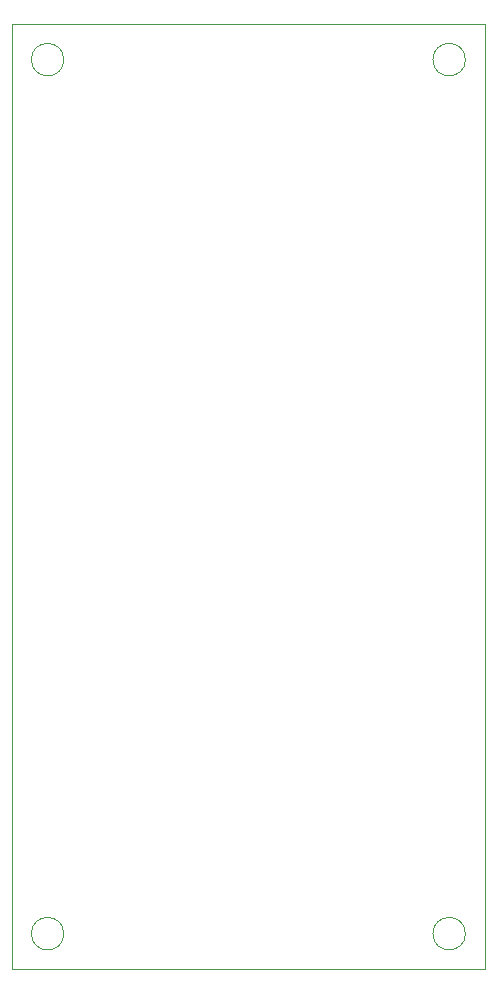
<source format=gbr>
%TF.GenerationSoftware,KiCad,Pcbnew,8.0.2*%
%TF.CreationDate,2024-07-19T13:16:10-06:00*%
%TF.ProjectId,32u4_breakout,33327534-5f62-4726-9561-6b6f75742e6b,rev?*%
%TF.SameCoordinates,Original*%
%TF.FileFunction,Profile,NP*%
%FSLAX46Y46*%
G04 Gerber Fmt 4.6, Leading zero omitted, Abs format (unit mm)*
G04 Created by KiCad (PCBNEW 8.0.2) date 2024-07-19 13:16:10*
%MOMM*%
%LPD*%
G01*
G04 APERTURE LIST*
%TA.AperFunction,Profile*%
%ADD10C,0.050000*%
%TD*%
G04 APERTURE END LIST*
D10*
X158375000Y-43000000D02*
G75*
G02*
X155625000Y-43000000I-1375000J0D01*
G01*
X155625000Y-43000000D02*
G75*
G02*
X158375000Y-43000000I1375000J0D01*
G01*
X158375000Y-117000000D02*
G75*
G02*
X155625000Y-117000000I-1375000J0D01*
G01*
X155625000Y-117000000D02*
G75*
G02*
X158375000Y-117000000I1375000J0D01*
G01*
X124375000Y-117000000D02*
G75*
G02*
X121625000Y-117000000I-1375000J0D01*
G01*
X121625000Y-117000000D02*
G75*
G02*
X124375000Y-117000000I1375000J0D01*
G01*
X120000000Y-40000000D02*
X160000000Y-40000000D01*
X160000000Y-120000000D01*
X120000000Y-120000000D01*
X120000000Y-40000000D01*
X124375000Y-43000000D02*
G75*
G02*
X121625000Y-43000000I-1375000J0D01*
G01*
X121625000Y-43000000D02*
G75*
G02*
X124375000Y-43000000I1375000J0D01*
G01*
M02*

</source>
